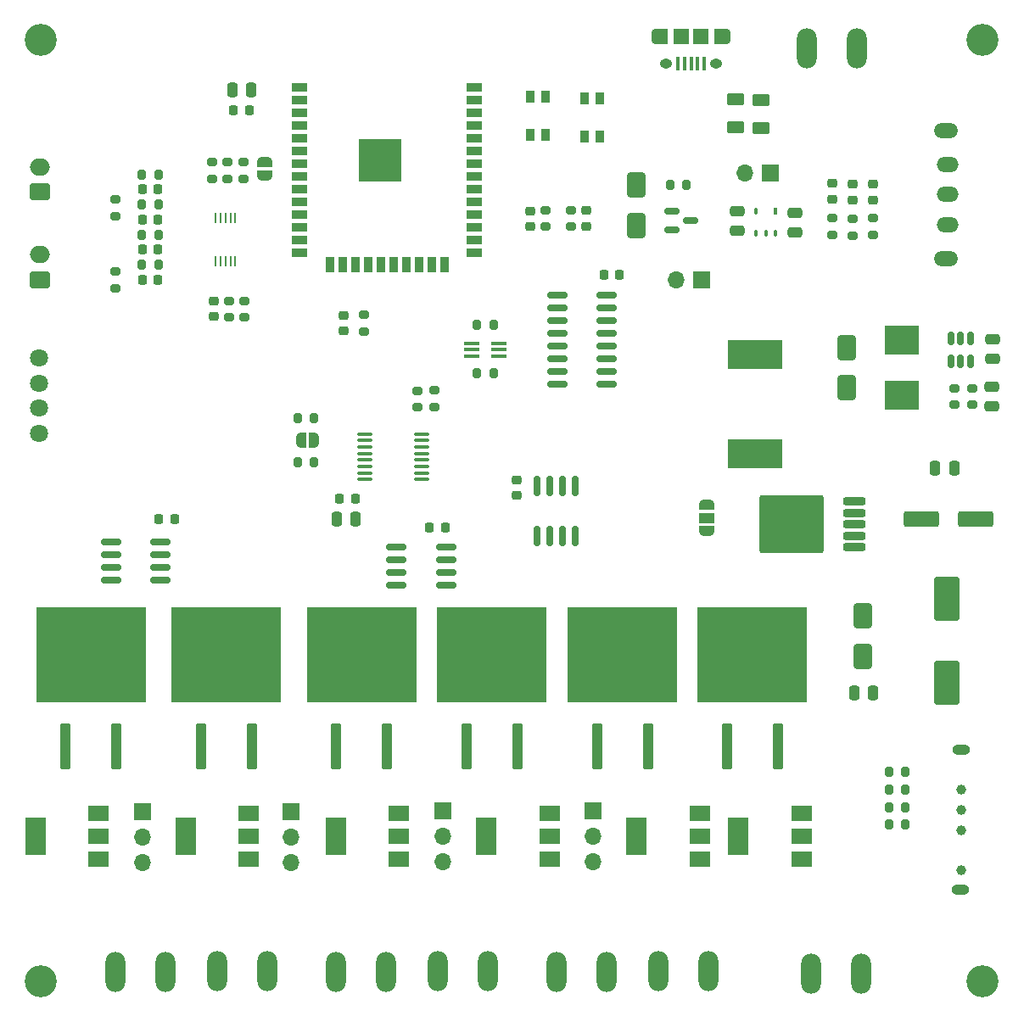
<source format=gts>
G04 #@! TF.GenerationSoftware,KiCad,Pcbnew,7.0.10-7.0.10~ubuntu20.04.1*
G04 #@! TF.CreationDate,2024-02-22T17:14:00-03:00*
G04 #@! TF.ProjectId,FluOpti_V3.0,466c754f-7074-4695-9f56-332e302e6b69,rev?*
G04 #@! TF.SameCoordinates,Original*
G04 #@! TF.FileFunction,Soldermask,Top*
G04 #@! TF.FilePolarity,Negative*
%FSLAX46Y46*%
G04 Gerber Fmt 4.6, Leading zero omitted, Abs format (unit mm)*
G04 Created by KiCad (PCBNEW 7.0.10-7.0.10~ubuntu20.04.1) date 2024-02-22 17:14:00*
%MOMM*%
%LPD*%
G01*
G04 APERTURE LIST*
G04 Aperture macros list*
%AMRoundRect*
0 Rectangle with rounded corners*
0 $1 Rounding radius*
0 $2 $3 $4 $5 $6 $7 $8 $9 X,Y pos of 4 corners*
0 Add a 4 corners polygon primitive as box body*
4,1,4,$2,$3,$4,$5,$6,$7,$8,$9,$2,$3,0*
0 Add four circle primitives for the rounded corners*
1,1,$1+$1,$2,$3*
1,1,$1+$1,$4,$5*
1,1,$1+$1,$6,$7*
1,1,$1+$1,$8,$9*
0 Add four rect primitives between the rounded corners*
20,1,$1+$1,$2,$3,$4,$5,0*
20,1,$1+$1,$4,$5,$6,$7,0*
20,1,$1+$1,$6,$7,$8,$9,0*
20,1,$1+$1,$8,$9,$2,$3,0*%
%AMFreePoly0*
4,1,19,0.550000,-0.750000,0.000000,-0.750000,0.000000,-0.744911,-0.071157,-0.744911,-0.207708,-0.704816,-0.327430,-0.627875,-0.420627,-0.520320,-0.479746,-0.390866,-0.500000,-0.250000,-0.500000,0.250000,-0.479746,0.390866,-0.420627,0.520320,-0.327430,0.627875,-0.207708,0.704816,-0.071157,0.744911,0.000000,0.744911,0.000000,0.750000,0.550000,0.750000,0.550000,-0.750000,0.550000,-0.750000,
$1*%
%AMFreePoly1*
4,1,19,0.000000,0.744911,0.071157,0.744911,0.207708,0.704816,0.327430,0.627875,0.420627,0.520320,0.479746,0.390866,0.500000,0.250000,0.500000,-0.250000,0.479746,-0.390866,0.420627,-0.520320,0.327430,-0.627875,0.207708,-0.704816,0.071157,-0.744911,0.000000,-0.744911,0.000000,-0.750000,-0.550000,-0.750000,-0.550000,0.750000,0.000000,0.750000,0.000000,0.744911,0.000000,0.744911,
$1*%
%AMFreePoly2*
4,1,19,0.500000,-0.750000,0.000000,-0.750000,0.000000,-0.744911,-0.071157,-0.744911,-0.207708,-0.704816,-0.327430,-0.627875,-0.420627,-0.520320,-0.479746,-0.390866,-0.500000,-0.250000,-0.500000,0.250000,-0.479746,0.390866,-0.420627,0.520320,-0.327430,0.627875,-0.207708,0.704816,-0.071157,0.744911,0.000000,0.744911,0.000000,0.750000,0.500000,0.750000,0.500000,-0.750000,0.500000,-0.750000,
$1*%
%AMFreePoly3*
4,1,19,0.000000,0.744911,0.071157,0.744911,0.207708,0.704816,0.327430,0.627875,0.420627,0.520320,0.479746,0.390866,0.500000,0.250000,0.500000,-0.250000,0.479746,-0.390866,0.420627,-0.520320,0.327430,-0.627875,0.207708,-0.704816,0.071157,-0.744911,0.000000,-0.744911,0.000000,-0.750000,-0.500000,-0.750000,-0.500000,0.750000,0.000000,0.750000,0.000000,0.744911,0.000000,0.744911,
$1*%
G04 Aperture macros list end*
%ADD10C,0.100000*%
%ADD11RoundRect,0.150000X-0.587500X-0.150000X0.587500X-0.150000X0.587500X0.150000X-0.587500X0.150000X0*%
%ADD12C,1.800000*%
%ADD13R,1.700000X1.700000*%
%ADD14O,1.700000X1.700000*%
%ADD15C,3.200000*%
%ADD16O,2.000000X4.000000*%
%ADD17RoundRect,0.250000X1.000000X-1.950000X1.000000X1.950000X-1.000000X1.950000X-1.000000X-1.950000X0*%
%ADD18RoundRect,0.250000X-0.250000X-0.475000X0.250000X-0.475000X0.250000X0.475000X-0.250000X0.475000X0*%
%ADD19RoundRect,0.225000X-0.250000X0.225000X-0.250000X-0.225000X0.250000X-0.225000X0.250000X0.225000X0*%
%ADD20RoundRect,0.218750X0.256250X-0.218750X0.256250X0.218750X-0.256250X0.218750X-0.256250X-0.218750X0*%
%ADD21RoundRect,0.250000X0.300000X-2.050000X0.300000X2.050000X-0.300000X2.050000X-0.300000X-2.050000X0*%
%ADD22R,5.400000X2.900000*%
%ADD23RoundRect,0.250000X0.750000X-0.600000X0.750000X0.600000X-0.750000X0.600000X-0.750000X-0.600000X0*%
%ADD24O,2.000000X1.700000*%
%ADD25R,2.000000X1.500000*%
%ADD26R,2.000000X3.800000*%
%ADD27RoundRect,0.200000X0.275000X-0.200000X0.275000X0.200000X-0.275000X0.200000X-0.275000X-0.200000X0*%
%ADD28FreePoly0,90.000000*%
%ADD29R,1.500000X1.000000*%
%ADD30FreePoly1,90.000000*%
%ADD31RoundRect,0.250000X0.250000X0.475000X-0.250000X0.475000X-0.250000X-0.475000X0.250000X-0.475000X0*%
%ADD32RoundRect,0.218750X-0.256250X0.218750X-0.256250X-0.218750X0.256250X-0.218750X0.256250X0.218750X0*%
%ADD33RoundRect,0.200000X-0.275000X0.200000X-0.275000X-0.200000X0.275000X-0.200000X0.275000X0.200000X0*%
%ADD34RoundRect,0.200000X-0.200000X-0.275000X0.200000X-0.275000X0.200000X0.275000X-0.200000X0.275000X0*%
%ADD35RoundRect,0.225000X0.225000X0.250000X-0.225000X0.250000X-0.225000X-0.250000X0.225000X-0.250000X0*%
%ADD36RoundRect,0.250000X0.475000X-0.250000X0.475000X0.250000X-0.475000X0.250000X-0.475000X-0.250000X0*%
%ADD37RoundRect,0.225000X-0.225000X-0.250000X0.225000X-0.250000X0.225000X0.250000X-0.225000X0.250000X0*%
%ADD38RoundRect,0.250000X0.650000X-1.000000X0.650000X1.000000X-0.650000X1.000000X-0.650000X-1.000000X0*%
%ADD39RoundRect,0.250000X-0.625000X0.375000X-0.625000X-0.375000X0.625000X-0.375000X0.625000X0.375000X0*%
%ADD40RoundRect,0.150000X0.150000X-0.825000X0.150000X0.825000X-0.150000X0.825000X-0.150000X-0.825000X0*%
%ADD41RoundRect,0.150000X0.150000X-0.512500X0.150000X0.512500X-0.150000X0.512500X-0.150000X-0.512500X0*%
%ADD42RoundRect,0.200000X0.900000X0.200000X-0.900000X0.200000X-0.900000X-0.200000X0.900000X-0.200000X0*%
%ADD43RoundRect,0.249997X2.950003X2.650003X-2.950003X2.650003X-2.950003X-2.650003X2.950003X-2.650003X0*%
%ADD44R,0.250000X1.100000*%
%ADD45C,1.000000*%
%ADD46O,1.800000X1.000000*%
%ADD47RoundRect,0.250000X-0.475000X0.250000X-0.475000X-0.250000X0.475000X-0.250000X0.475000X0.250000X0*%
%ADD48RoundRect,0.200000X0.200000X0.275000X-0.200000X0.275000X-0.200000X-0.275000X0.200000X-0.275000X0*%
%ADD49R,1.500000X0.400000*%
%ADD50R,0.900000X1.250000*%
%ADD51R,3.500000X2.950000*%
%ADD52RoundRect,0.100000X-0.637500X-0.100000X0.637500X-0.100000X0.637500X0.100000X-0.637500X0.100000X0*%
%ADD53RoundRect,0.250000X-1.500000X-0.550000X1.500000X-0.550000X1.500000X0.550000X-1.500000X0.550000X0*%
%ADD54FreePoly2,180.000000*%
%ADD55FreePoly3,180.000000*%
%ADD56RoundRect,0.150000X-0.825000X-0.150000X0.825000X-0.150000X0.825000X0.150000X-0.825000X0.150000X0*%
%ADD57RoundRect,0.105000X0.105000X0.205000X-0.105000X0.205000X-0.105000X-0.205000X0.105000X-0.205000X0*%
%ADD58RoundRect,0.105000X0.105000X0.220000X-0.105000X0.220000X-0.105000X-0.220000X0.105000X-0.220000X0*%
%ADD59O,2.200000X1.500000*%
%ADD60O,2.400000X1.500000*%
%ADD61R,0.400000X1.350000*%
%ADD62O,0.890000X1.550000*%
%ADD63R,1.200000X1.550000*%
%ADD64O,1.250000X0.950000*%
%ADD65R,1.500000X1.550000*%
%ADD66FreePoly2,270.000000*%
%ADD67FreePoly3,270.000000*%
%ADD68R,1.500000X0.900000*%
%ADD69R,0.900000X1.500000*%
%ADD70R,4.200000X4.200000*%
G04 APERTURE END LIST*
D10*
X96086000Y-119048000D02*
X106939000Y-119048000D01*
X106939000Y-119048000D02*
X106939000Y-109667000D01*
X106939000Y-109667000D02*
X96086000Y-109667000D01*
X96086000Y-109667000D02*
X96086000Y-119048000D01*
G36*
X96086000Y-119048000D02*
G01*
X106939000Y-119048000D01*
X106939000Y-109667000D01*
X96086000Y-109667000D01*
X96086000Y-119048000D01*
G37*
X82586000Y-119048000D02*
X93439000Y-119048000D01*
X93439000Y-119048000D02*
X93439000Y-109667000D01*
X93439000Y-109667000D02*
X82586000Y-109667000D01*
X82586000Y-109667000D02*
X82586000Y-119048000D01*
G36*
X82586000Y-119048000D02*
G01*
X93439000Y-119048000D01*
X93439000Y-109667000D01*
X82586000Y-109667000D01*
X82586000Y-119048000D01*
G37*
X109586000Y-119048000D02*
X120439000Y-119048000D01*
X120439000Y-119048000D02*
X120439000Y-109667000D01*
X120439000Y-109667000D02*
X109586000Y-109667000D01*
X109586000Y-109667000D02*
X109586000Y-119048000D01*
G36*
X109586000Y-119048000D02*
G01*
X120439000Y-119048000D01*
X120439000Y-109667000D01*
X109586000Y-109667000D01*
X109586000Y-119048000D01*
G37*
X148586000Y-119048000D02*
X159439000Y-119048000D01*
X159439000Y-119048000D02*
X159439000Y-109667000D01*
X159439000Y-109667000D02*
X148586000Y-109667000D01*
X148586000Y-109667000D02*
X148586000Y-119048000D01*
G36*
X148586000Y-119048000D02*
G01*
X159439000Y-119048000D01*
X159439000Y-109667000D01*
X148586000Y-109667000D01*
X148586000Y-119048000D01*
G37*
X135616000Y-119048000D02*
X146469000Y-119048000D01*
X146469000Y-119048000D02*
X146469000Y-109667000D01*
X146469000Y-109667000D02*
X135616000Y-109667000D01*
X135616000Y-109667000D02*
X135616000Y-119048000D01*
G36*
X135616000Y-119048000D02*
G01*
X146469000Y-119048000D01*
X146469000Y-109667000D01*
X135616000Y-109667000D01*
X135616000Y-119048000D01*
G37*
X122586000Y-119048000D02*
X133439000Y-119048000D01*
X133439000Y-119048000D02*
X133439000Y-109667000D01*
X133439000Y-109667000D02*
X122586000Y-109667000D01*
X122586000Y-109667000D02*
X122586000Y-119048000D01*
G36*
X122586000Y-119048000D02*
G01*
X133439000Y-119048000D01*
X133439000Y-109667000D01*
X122586000Y-109667000D01*
X122586000Y-119048000D01*
G37*
D11*
X146000000Y-70050000D03*
X146000000Y-71950000D03*
X147875000Y-71000000D03*
D12*
X82850000Y-84750000D03*
X82850000Y-87250000D03*
X82850000Y-89750000D03*
X82850000Y-92250000D03*
D13*
X123175000Y-129975000D03*
D14*
X123175000Y-132515000D03*
X123175000Y-135055000D03*
D15*
X177000000Y-53000000D03*
D16*
X95500000Y-146000000D03*
X90500000Y-146000000D03*
D17*
X173460000Y-117182500D03*
X173460000Y-108782500D03*
D18*
X172310000Y-95720000D03*
X174210000Y-95720000D03*
D19*
X130530000Y-96935000D03*
X130530000Y-98485000D03*
D20*
X113270000Y-82057500D03*
X113270000Y-80482500D03*
D21*
X99000000Y-123500000D03*
X104080000Y-123500000D03*
D22*
X154320000Y-84400000D03*
X154320000Y-94300000D03*
D23*
X82960000Y-68170000D03*
D24*
X82960000Y-65670000D03*
D25*
X118800000Y-134800000D03*
X118800000Y-132500000D03*
D26*
X112500000Y-132500000D03*
D25*
X118800000Y-130200000D03*
D27*
X120610000Y-89665000D03*
X120610000Y-88015000D03*
D21*
X85500000Y-123500000D03*
X90580000Y-123500000D03*
D13*
X138175000Y-129975000D03*
D14*
X138175000Y-132515000D03*
X138175000Y-135055000D03*
D27*
X101680000Y-66840000D03*
X101680000Y-65190000D03*
D28*
X149500000Y-102000000D03*
D29*
X149500000Y-100700000D03*
D30*
X149500000Y-99400000D03*
D31*
X114450000Y-100830000D03*
X112550000Y-100830000D03*
D32*
X161990000Y-67312500D03*
X161990000Y-68887500D03*
D33*
X90460000Y-76110000D03*
X90460000Y-77760000D03*
D34*
X167695000Y-129573332D03*
X169345000Y-129573332D03*
D35*
X103825000Y-59980000D03*
X102275000Y-59980000D03*
D36*
X177940000Y-89550000D03*
X177940000Y-87650000D03*
D37*
X93185000Y-70920000D03*
X94735000Y-70920000D03*
D16*
X159450000Y-53800000D03*
X164450000Y-53800000D03*
D33*
X103330000Y-79030000D03*
X103330000Y-80680000D03*
D16*
X139500000Y-146000000D03*
X134500000Y-146000000D03*
D34*
X167695000Y-131330000D03*
X169345000Y-131330000D03*
D38*
X163480000Y-87700000D03*
X163480000Y-83700000D03*
D39*
X154890000Y-58980000D03*
X154890000Y-61780000D03*
D19*
X100280000Y-79070000D03*
X100280000Y-80620000D03*
D16*
X164870000Y-146220000D03*
X159870000Y-146220000D03*
D40*
X132595000Y-102475000D03*
X133865000Y-102475000D03*
X135135000Y-102475000D03*
X136405000Y-102475000D03*
X136405000Y-97525000D03*
X135135000Y-97525000D03*
X133865000Y-97525000D03*
X132595000Y-97525000D03*
D37*
X94825000Y-100800000D03*
X96375000Y-100800000D03*
D13*
X155850000Y-66295000D03*
D14*
X153310000Y-66295000D03*
D41*
X173900000Y-85057500D03*
X174850000Y-85057500D03*
X175800000Y-85057500D03*
X175800000Y-82782500D03*
X174850000Y-82782500D03*
X173900000Y-82782500D03*
D42*
X164220000Y-103630000D03*
X164220000Y-102490000D03*
X164220000Y-101350000D03*
X164220000Y-100210000D03*
X164220000Y-99070000D03*
D43*
X157920000Y-101350000D03*
D25*
X103800000Y-134800000D03*
X103800000Y-132500000D03*
D26*
X97500000Y-132500000D03*
D25*
X103800000Y-130200000D03*
D38*
X165090000Y-114517500D03*
X165090000Y-110517500D03*
D44*
X102460000Y-70770000D03*
X101960000Y-70770000D03*
X101460000Y-70770000D03*
X100960000Y-70770000D03*
X100460000Y-70770000D03*
X100460000Y-75070000D03*
X100960000Y-75070000D03*
X101460000Y-75070000D03*
X101960000Y-75070000D03*
X102460000Y-75070000D03*
D34*
X167695000Y-127816666D03*
X169345000Y-127816666D03*
D25*
X148800000Y-134800000D03*
X148800000Y-132500000D03*
D26*
X142500000Y-132500000D03*
D25*
X148800000Y-130200000D03*
D45*
X174930000Y-135858000D03*
X174930000Y-131858000D03*
X174930000Y-129858000D03*
X174930000Y-127858000D03*
D46*
X174803000Y-137858000D03*
X174930000Y-123858000D03*
D25*
X133800000Y-134800000D03*
X133800000Y-132500000D03*
D26*
X127500000Y-132500000D03*
D25*
X133800000Y-130200000D03*
D15*
X83000000Y-147000000D03*
D47*
X152510000Y-70120000D03*
X152510000Y-72020000D03*
D32*
X164060000Y-67375000D03*
X164060000Y-68950000D03*
D19*
X137510000Y-70025000D03*
X137510000Y-71575000D03*
D48*
X128225000Y-81405000D03*
X126575000Y-81405000D03*
D33*
X101840000Y-79040000D03*
X101840000Y-80690000D03*
X174200000Y-87785000D03*
X174200000Y-89435000D03*
D48*
X128225000Y-86300000D03*
X126575000Y-86300000D03*
D27*
X103260000Y-66840000D03*
X103260000Y-65190000D03*
D49*
X126050000Y-83260000D03*
X126050000Y-83910000D03*
X126050000Y-84560000D03*
X128710000Y-84560000D03*
X128710000Y-83910000D03*
X128710000Y-83260000D03*
D21*
X112500000Y-123500000D03*
X117580000Y-123500000D03*
D13*
X149010000Y-76980000D03*
D14*
X146470000Y-76980000D03*
D47*
X178000000Y-82910000D03*
X178000000Y-84810000D03*
D37*
X93185000Y-73920000D03*
X94735000Y-73920000D03*
D48*
X110335000Y-95150000D03*
X108685000Y-95150000D03*
D50*
X133370000Y-62475000D03*
X133370000Y-58625000D03*
X131870000Y-62475000D03*
X131870000Y-58625000D03*
D16*
X127640000Y-145980000D03*
X122640000Y-145980000D03*
D39*
X152390000Y-58930000D03*
X152390000Y-61730000D03*
D51*
X168980000Y-82975000D03*
X168980000Y-88425000D03*
D48*
X169345000Y-126060000D03*
X167695000Y-126060000D03*
D36*
X158340000Y-72180000D03*
X158340000Y-70280000D03*
D50*
X138800000Y-62650000D03*
X138800000Y-58800000D03*
X137300000Y-62650000D03*
X137300000Y-58800000D03*
D21*
X151500000Y-123500000D03*
X156580000Y-123500000D03*
D34*
X93135000Y-66420000D03*
X94785000Y-66420000D03*
X93135000Y-69420000D03*
X94785000Y-69420000D03*
D52*
X115357500Y-92315000D03*
X115357500Y-92965000D03*
X115357500Y-93615000D03*
X115357500Y-94265000D03*
X115357500Y-94915000D03*
X115357500Y-95565000D03*
X115357500Y-96215000D03*
X115357500Y-96865000D03*
X121082500Y-96865000D03*
X121082500Y-96215000D03*
X121082500Y-95565000D03*
X121082500Y-94915000D03*
X121082500Y-94265000D03*
X121082500Y-93615000D03*
X121082500Y-92965000D03*
X121082500Y-92315000D03*
D35*
X123395000Y-101640000D03*
X121845000Y-101640000D03*
D27*
X100100000Y-66840000D03*
X100100000Y-65190000D03*
D53*
X170920000Y-100820000D03*
X176320000Y-100820000D03*
D27*
X175970000Y-89435000D03*
X175970000Y-87785000D03*
D25*
X88800000Y-134800000D03*
X88800000Y-132500000D03*
D26*
X82500000Y-132500000D03*
D25*
X88800000Y-130200000D03*
D54*
X110330000Y-92965000D03*
D55*
X109030000Y-92965000D03*
D25*
X158950000Y-134800000D03*
X158950000Y-132500000D03*
D26*
X152650000Y-132500000D03*
D25*
X158950000Y-130200000D03*
D34*
X108685000Y-90780000D03*
X110335000Y-90780000D03*
D35*
X114415000Y-98830000D03*
X112865000Y-98830000D03*
D13*
X93150000Y-130000000D03*
D14*
X93150000Y-132540000D03*
X93150000Y-135080000D03*
D56*
X90025000Y-103095000D03*
X90025000Y-104365000D03*
X90025000Y-105635000D03*
X90025000Y-106905000D03*
X94975000Y-106905000D03*
X94975000Y-105635000D03*
X94975000Y-104365000D03*
X94975000Y-103095000D03*
D37*
X93185000Y-76920000D03*
X94735000Y-76920000D03*
D16*
X105630000Y-145990000D03*
X100630000Y-145990000D03*
X117500000Y-146000000D03*
X112500000Y-146000000D03*
D27*
X115270000Y-82095000D03*
X115270000Y-80445000D03*
D34*
X93135000Y-72420000D03*
X94785000Y-72420000D03*
D57*
X154430000Y-72320000D03*
X155380000Y-72320000D03*
X156330000Y-72320000D03*
D58*
X156330000Y-70120000D03*
D57*
X154430000Y-70120000D03*
D27*
X164060000Y-72525000D03*
X164060000Y-70875000D03*
X135940000Y-71625000D03*
X135940000Y-69975000D03*
D33*
X90460000Y-68920000D03*
X90460000Y-70570000D03*
D59*
X173540000Y-65420000D03*
X173540000Y-68420000D03*
X173540000Y-71420000D03*
D60*
X173340000Y-62020000D03*
X173340000Y-74820000D03*
D31*
X166120000Y-118207500D03*
X164220000Y-118207500D03*
D21*
X138530000Y-123500000D03*
X143610000Y-123500000D03*
D33*
X161990000Y-70775000D03*
X161990000Y-72425000D03*
D56*
X118525000Y-103595000D03*
X118525000Y-104865000D03*
X118525000Y-106135000D03*
X118525000Y-107405000D03*
X123475000Y-107405000D03*
X123475000Y-106135000D03*
X123475000Y-104865000D03*
X123475000Y-103595000D03*
D21*
X125500000Y-123500000D03*
X130580000Y-123500000D03*
D27*
X133430000Y-71655000D03*
X133430000Y-70005000D03*
D38*
X142500000Y-71500000D03*
X142500000Y-67500000D03*
D34*
X93135000Y-75420000D03*
X94785000Y-75420000D03*
D31*
X104050000Y-57980000D03*
X102150000Y-57980000D03*
D19*
X131860000Y-70055000D03*
X131860000Y-71605000D03*
D27*
X122340000Y-89645000D03*
X122340000Y-87995000D03*
D56*
X134575000Y-78465000D03*
X134575000Y-79735000D03*
X134575000Y-81005000D03*
X134575000Y-82275000D03*
X134575000Y-83545000D03*
X134575000Y-84815000D03*
X134575000Y-86085000D03*
X134575000Y-87355000D03*
X139525000Y-87355000D03*
X139525000Y-86085000D03*
X139525000Y-84815000D03*
X139525000Y-83545000D03*
X139525000Y-82275000D03*
X139525000Y-81005000D03*
X139525000Y-79735000D03*
X139525000Y-78465000D03*
D13*
X108000000Y-130000000D03*
D14*
X108000000Y-132540000D03*
X108000000Y-135080000D03*
D34*
X145850000Y-67500000D03*
X147500000Y-67500000D03*
D61*
X149230000Y-55380000D03*
X148580000Y-55380000D03*
X147930000Y-55380000D03*
X147280000Y-55380000D03*
X146630000Y-55380000D03*
D62*
X151430000Y-52680000D03*
D63*
X150830000Y-52680000D03*
D64*
X150430000Y-55380000D03*
D65*
X148930000Y-52680000D03*
X146930000Y-52680000D03*
D64*
X145430000Y-55380000D03*
D63*
X145030000Y-52680000D03*
D62*
X144430000Y-52680000D03*
D37*
X93185000Y-67920000D03*
X94735000Y-67920000D03*
D66*
X105360000Y-65195000D03*
D67*
X105360000Y-66495000D03*
D15*
X83000000Y-53000000D03*
X177000000Y-147000000D03*
D16*
X149640000Y-145980000D03*
X144640000Y-145980000D03*
D68*
X108820000Y-57690000D03*
X108820000Y-58960000D03*
X108820000Y-60230000D03*
X108820000Y-61500000D03*
X108820000Y-62770000D03*
X108820000Y-64040000D03*
X108820000Y-65310000D03*
X108820000Y-66580000D03*
X108820000Y-67850000D03*
X108820000Y-69120000D03*
X108820000Y-70390000D03*
X108820000Y-71660000D03*
X108820000Y-72930000D03*
X108820000Y-74200000D03*
D69*
X111860000Y-75450000D03*
X113130000Y-75450000D03*
X114400000Y-75450000D03*
X115670000Y-75450000D03*
X116940000Y-75450000D03*
X118210000Y-75450000D03*
X119480000Y-75450000D03*
X120750000Y-75450000D03*
X122020000Y-75450000D03*
X123290000Y-75450000D03*
D68*
X126320000Y-74200000D03*
X126320000Y-72930000D03*
X126320000Y-71660000D03*
X126320000Y-70390000D03*
X126320000Y-69120000D03*
X126320000Y-67850000D03*
X126320000Y-66580000D03*
X126320000Y-65310000D03*
X126320000Y-64040000D03*
X126320000Y-62770000D03*
X126320000Y-61500000D03*
X126320000Y-60230000D03*
X126320000Y-58960000D03*
X126320000Y-57690000D03*
D70*
X116890000Y-65030000D03*
D33*
X166110000Y-70775000D03*
X166110000Y-72425000D03*
D23*
X82960000Y-76920000D03*
D24*
X82960000Y-74420000D03*
D32*
X166110000Y-67375000D03*
X166110000Y-68950000D03*
D37*
X139220000Y-76420000D03*
X140770000Y-76420000D03*
M02*

</source>
